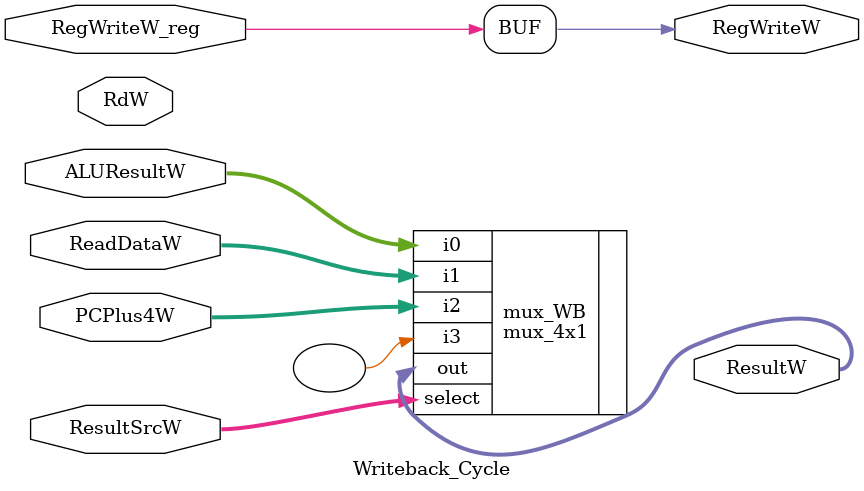
<source format=v>
module Writeback_Cycle (
    input RegWriteW_reg,
    input [1:0] ResultSrcW,

    input [31:0] ALUResultW,
    input [31:0] ReadDataW,
    input [4:0] RdW,
    input [31:0] PCPlus4W,

    output [31:0] ResultW,
    output RegWriteW
);

    mux_4x1 mux_WB (
        .i0(ALUResultW),
        .i1(ReadDataW),
        .i2(PCPlus4W),
        .i3(),
        .select(ResultSrcW),
        .out(ResultW)
    );

    assign RegWriteW = RegWriteW_reg;

endmodule
</source>
